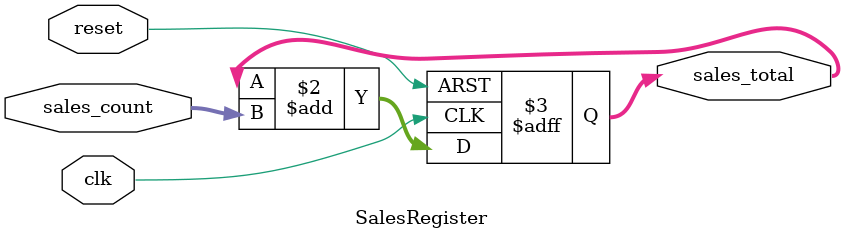
<source format=v>
module SalesRegister (
    input [3:0] sales_count,
    input clk,
    input reset,
    output reg [3:0] sales_total
);

    always @ (posedge clk or posedge reset) begin
        if (reset)
            sales_total <= 4'd0;
        else
            sales_total <= sales_total + sales_count;
    end
endmodule

</source>
